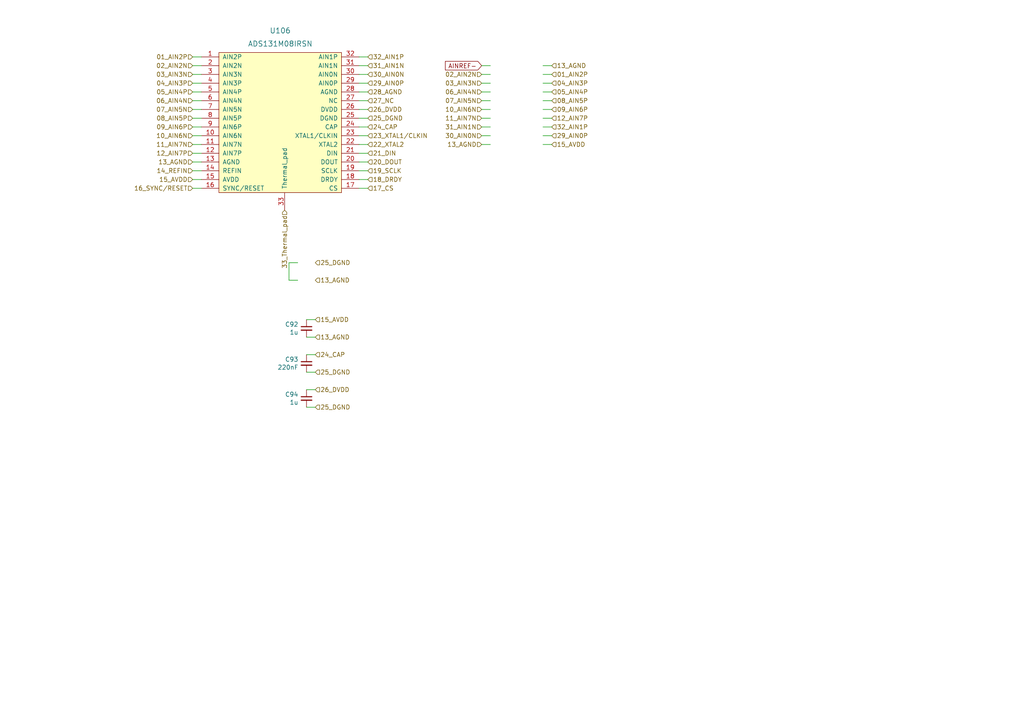
<source format=kicad_sch>
(kicad_sch (version 20210621) (generator eeschema)
  (paper "A4")
  (lib_symbols
    (symbol "FreeEEG32-ads131-rescue:C_Small-Device" (pin_numbers hide) (pin_names (offset 0.254) hide)
      (property "Reference" "C" (at 0.254 1.778 0))
      (property "Value" "C_Small-Device" (at 0.254 -2.032 0))
      (symbol "C_Small-Device_0_1"
        (polyline (pts (xy -1.524 -0.508) (xy 1.524 -0.508)) (stroke (width 0.3302)))
        (polyline (pts (xy -1.524 0.508) (xy 1.524 0.508)) (stroke (width 0.3048)))
      )
      (symbol "C_Small-Device_1_1"
        (pin passive line (at 0 2.54 270) (length 2.032) (name "~") (number "1"))
        (pin passive line (at 0 -2.54 90) (length 2.032) (name "~") (number "2"))
      )
    )
    (symbol "ads131:ADS131M08IPBS" (pin_names (offset 1.016))
      (property "Reference" "U?" (at -1.27 44.45 0))
      (property "Value" "ADS131M08IPBS" (at -1.27 40.64 0))
      (symbol "ADS131M08IPBS_0_1"
        (rectangle (start -19.05 39.37) (end 16.51 -1.27) (fill (type background)))
      )
      (symbol "ADS131M08IPBS_1_1"
        (pin input line (at -24.13 38.1 0) (length 5.08) (name "AIN2P") (number "1"))
        (pin input line (at -24.13 15.24 0) (length 5.08) (name "AIN6N") (number "10"))
        (pin input line (at -24.13 12.7 0) (length 5.08) (name "AIN7N") (number "11"))
        (pin input line (at -24.13 10.16 0) (length 5.08) (name "AIN7P") (number "12"))
        (pin input line (at -24.13 7.62 0) (length 5.08) (name "AGND") (number "13"))
        (pin input line (at -24.13 5.08 0) (length 5.08) (name "REFIN") (number "14"))
        (pin input line (at -24.13 2.54 0) (length 5.08) (name "AVDD") (number "15"))
        (pin input line (at -24.13 0 0) (length 5.08) (name "SYNC/RESET") (number "16"))
        (pin input line (at 21.59 0 180) (length 5.08) (name "CS") (number "17"))
        (pin input line (at 21.59 2.54 180) (length 5.08) (name "DRDY") (number "18"))
        (pin input line (at 21.59 5.08 180) (length 5.08) (name "SCLK") (number "19"))
        (pin input line (at -24.13 35.56 0) (length 5.08) (name "AIN2N") (number "2"))
        (pin input line (at 21.59 7.62 180) (length 5.08) (name "DOUT") (number "20"))
        (pin input line (at 21.59 10.16 180) (length 5.08) (name "DIN") (number "21"))
        (pin input line (at 21.59 12.7 180) (length 5.08) (name "XTAL2") (number "22"))
        (pin input line (at 21.59 15.24 180) (length 5.08) (name "XTAL1/CLKIN") (number "23"))
        (pin input line (at 21.59 17.78 180) (length 5.08) (name "CAP") (number "24"))
        (pin input line (at 21.59 20.32 180) (length 5.08) (name "DGND") (number "25"))
        (pin input line (at 21.59 22.86 180) (length 5.08) (name "DVDD") (number "26"))
        (pin input line (at 21.59 25.4 180) (length 5.08) (name "NC") (number "27"))
        (pin input line (at 21.59 27.94 180) (length 5.08) (name "AGND") (number "28"))
        (pin input line (at 21.59 30.48 180) (length 5.08) (name "AIN0P") (number "29"))
        (pin input line (at -24.13 33.02 0) (length 5.08) (name "AIN3N") (number "3"))
        (pin input line (at 21.59 33.02 180) (length 5.08) (name "AIN0N") (number "30"))
        (pin input line (at 21.59 35.56 180) (length 5.08) (name "AIN1N") (number "31"))
        (pin input line (at 21.59 38.1 180) (length 5.08) (name "AIN1P") (number "32"))
        (pin input line (at 0 -6.35 90) (length 5.08) (name "Thermal_pad") (number "33"))
        (pin input line (at -24.13 30.48 0) (length 5.08) (name "AIN3P") (number "4"))
        (pin input line (at -24.13 27.94 0) (length 5.08) (name "AIN4P") (number "5"))
        (pin input line (at -24.13 25.4 0) (length 5.08) (name "AIN4N") (number "6"))
        (pin input line (at -24.13 22.86 0) (length 5.08) (name "AIN5N") (number "7"))
        (pin input line (at -24.13 20.32 0) (length 5.08) (name "AIN5P") (number "8"))
        (pin input line (at -24.13 17.78 0) (length 5.08) (name "AIN6P") (number "9"))
      )
    )
  )
  (wire (pts (xy 55.88 16.51) (xy 58.42 16.51)))
  (wire (pts (xy 55.88 19.05) (xy 58.42 19.05)))
  (wire (pts (xy 55.88 21.59) (xy 58.42 21.59)))
  (wire (pts (xy 55.88 24.13) (xy 58.42 24.13)))
  (wire (pts (xy 55.88 29.21) (xy 58.42 29.21)))
  (wire (pts (xy 55.88 31.75) (xy 58.42 31.75)))
  (wire (pts (xy 55.88 34.29) (xy 58.42 34.29)))
  (wire (pts (xy 55.88 36.83) (xy 58.42 36.83)))
  (wire (pts (xy 55.88 39.37) (xy 58.42 39.37)))
  (wire (pts (xy 55.88 41.91) (xy 58.42 41.91)))
  (wire (pts (xy 55.88 44.45) (xy 58.42 44.45)))
  (wire (pts (xy 55.88 46.99) (xy 58.42 46.99)))
  (wire (pts (xy 55.88 49.53) (xy 58.42 49.53)))
  (wire (pts (xy 55.88 52.07) (xy 58.42 52.07)))
  (wire (pts (xy 55.88 54.61) (xy 58.42 54.61)))
  (wire (pts (xy 58.42 26.67) (xy 55.88 26.67)))
  (wire (pts (xy 83.82 76.2) (xy 83.82 81.28)))
  (wire (pts (xy 83.82 81.28) (xy 86.36 81.28)))
  (wire (pts (xy 86.36 76.2) (xy 83.82 76.2)))
  (wire (pts (xy 91.44 92.71) (xy 88.9 92.71)))
  (wire (pts (xy 91.44 97.79) (xy 88.9 97.79)))
  (wire (pts (xy 91.44 102.87) (xy 88.9 102.87)))
  (wire (pts (xy 91.44 107.95) (xy 88.9 107.95)))
  (wire (pts (xy 91.44 113.03) (xy 88.9 113.03)))
  (wire (pts (xy 91.44 118.11) (xy 88.9 118.11)))
  (wire (pts (xy 104.14 16.51) (xy 106.68 16.51)))
  (wire (pts (xy 104.14 19.05) (xy 106.68 19.05)))
  (wire (pts (xy 104.14 21.59) (xy 106.68 21.59)))
  (wire (pts (xy 104.14 24.13) (xy 106.68 24.13)))
  (wire (pts (xy 104.14 29.21) (xy 106.68 29.21)))
  (wire (pts (xy 104.14 31.75) (xy 106.68 31.75)))
  (wire (pts (xy 104.14 34.29) (xy 106.68 34.29)))
  (wire (pts (xy 104.14 36.83) (xy 106.68 36.83)))
  (wire (pts (xy 104.14 39.37) (xy 106.68 39.37)))
  (wire (pts (xy 104.14 41.91) (xy 106.68 41.91)))
  (wire (pts (xy 104.14 44.45) (xy 106.68 44.45)))
  (wire (pts (xy 104.14 46.99) (xy 106.68 46.99)))
  (wire (pts (xy 104.14 49.53) (xy 106.68 49.53)))
  (wire (pts (xy 104.14 52.07) (xy 106.68 52.07)))
  (wire (pts (xy 104.14 54.61) (xy 106.68 54.61)))
  (wire (pts (xy 106.68 26.67) (xy 104.14 26.67)))
  (wire (pts (xy 139.7 21.59) (xy 142.24 21.59)))
  (wire (pts (xy 139.7 24.13) (xy 142.24 24.13)))
  (wire (pts (xy 139.7 26.67) (xy 142.24 26.67)))
  (wire (pts (xy 139.7 29.21) (xy 142.24 29.21)))
  (wire (pts (xy 139.7 31.75) (xy 142.24 31.75)))
  (wire (pts (xy 139.7 34.29) (xy 142.24 34.29)))
  (wire (pts (xy 139.7 36.83) (xy 142.24 36.83)))
  (wire (pts (xy 139.7 39.37) (xy 142.24 39.37)))
  (wire (pts (xy 142.24 19.05) (xy 139.7 19.05)))
  (wire (pts (xy 142.24 41.91) (xy 139.7 41.91)))
  (wire (pts (xy 160.02 19.05) (xy 157.48 19.05)))
  (wire (pts (xy 160.02 21.59) (xy 157.48 21.59)))
  (wire (pts (xy 160.02 24.13) (xy 157.48 24.13)))
  (wire (pts (xy 160.02 26.67) (xy 157.48 26.67)))
  (wire (pts (xy 160.02 29.21) (xy 157.48 29.21)))
  (wire (pts (xy 160.02 31.75) (xy 157.48 31.75)))
  (wire (pts (xy 160.02 34.29) (xy 157.48 34.29)))
  (wire (pts (xy 160.02 36.83) (xy 157.48 36.83)))
  (wire (pts (xy 160.02 39.37) (xy 157.48 39.37)))
  (wire (pts (xy 160.02 41.91) (xy 157.48 41.91)))
  (global_label "AINREF-" (shape input) (at 139.7 19.05 180) (property "Intersheet References" "${INTERSHEET_REFS}" (effects hide)))
  (hierarchical_label "01_AIN2P" (shape input) (at 55.88 16.51 180))
  (hierarchical_label "02_AIN2N" (shape input) (at 55.88 19.05 180))
  (hierarchical_label "03_AIN3N" (shape input) (at 55.88 21.59 180))
  (hierarchical_label "04_AIN3P" (shape input) (at 55.88 24.13 180))
  (hierarchical_label "05_AIN4P" (shape input) (at 55.88 26.67 180))
  (hierarchical_label "06_AIN4N" (shape input) (at 55.88 29.21 180))
  (hierarchical_label "07_AIN5N" (shape input) (at 55.88 31.75 180))
  (hierarchical_label "08_AIN5P" (shape input) (at 55.88 34.29 180))
  (hierarchical_label "09_AIN6P" (shape input) (at 55.88 36.83 180))
  (hierarchical_label "10_AIN6N" (shape input) (at 55.88 39.37 180))
  (hierarchical_label "11_AIN7N" (shape input) (at 55.88 41.91 180))
  (hierarchical_label "12_AIN7P" (shape input) (at 55.88 44.45 180))
  (hierarchical_label "13_AGND" (shape input) (at 55.88 46.99 180))
  (hierarchical_label "14_REFIN" (shape input) (at 55.88 49.53 180))
  (hierarchical_label "15_AVDD" (shape input) (at 55.88 52.07 180))
  (hierarchical_label "16_SYNC{slash}RESET" (shape input) (at 55.88 54.61 180))
  (hierarchical_label "33_Thermal_pad" (shape input) (at 82.55 60.96 270))
  (hierarchical_label "25_DGND" (shape input) (at 91.44 76.2 0))
  (hierarchical_label "13_AGND" (shape input) (at 91.44 81.28 0))
  (hierarchical_label "15_AVDD" (shape input) (at 91.44 92.71 0))
  (hierarchical_label "13_AGND" (shape input) (at 91.44 97.79 0))
  (hierarchical_label "24_CAP" (shape input) (at 91.44 102.87 0))
  (hierarchical_label "25_DGND" (shape input) (at 91.44 107.95 0))
  (hierarchical_label "26_DVDD" (shape input) (at 91.44 113.03 0))
  (hierarchical_label "25_DGND" (shape input) (at 91.44 118.11 0))
  (hierarchical_label "32_AIN1P" (shape input) (at 106.68 16.51 0))
  (hierarchical_label "31_AIN1N" (shape input) (at 106.68 19.05 0))
  (hierarchical_label "30_AIN0N" (shape input) (at 106.68 21.59 0))
  (hierarchical_label "29_AIN0P" (shape input) (at 106.68 24.13 0))
  (hierarchical_label "28_AGND" (shape input) (at 106.68 26.67 0))
  (hierarchical_label "27_NC" (shape input) (at 106.68 29.21 0))
  (hierarchical_label "26_DVDD" (shape input) (at 106.68 31.75 0))
  (hierarchical_label "25_DGND" (shape input) (at 106.68 34.29 0))
  (hierarchical_label "24_CAP" (shape input) (at 106.68 36.83 0))
  (hierarchical_label "23_XTAL1{slash}CLKIN" (shape input) (at 106.68 39.37 0))
  (hierarchical_label "22_XTAL2" (shape input) (at 106.68 41.91 0))
  (hierarchical_label "21_DIN" (shape input) (at 106.68 44.45 0))
  (hierarchical_label "20_DOUT" (shape input) (at 106.68 46.99 0))
  (hierarchical_label "19_SCLK" (shape input) (at 106.68 49.53 0))
  (hierarchical_label "18_DRDY" (shape input) (at 106.68 52.07 0))
  (hierarchical_label "17_CS" (shape input) (at 106.68 54.61 0))
  (hierarchical_label "02_AIN2N" (shape input) (at 139.7 21.59 180))
  (hierarchical_label "03_AIN3N" (shape input) (at 139.7 24.13 180))
  (hierarchical_label "06_AIN4N" (shape input) (at 139.7 26.67 180))
  (hierarchical_label "07_AIN5N" (shape input) (at 139.7 29.21 180))
  (hierarchical_label "10_AIN6N" (shape input) (at 139.7 31.75 180))
  (hierarchical_label "11_AIN7N" (shape input) (at 139.7 34.29 180))
  (hierarchical_label "31_AIN1N" (shape input) (at 139.7 36.83 180))
  (hierarchical_label "30_AIN0N" (shape input) (at 139.7 39.37 180))
  (hierarchical_label "13_AGND" (shape input) (at 139.7 41.91 180))
  (hierarchical_label "13_AGND" (shape input) (at 160.02 19.05 0))
  (hierarchical_label "01_AIN2P" (shape input) (at 160.02 21.59 0))
  (hierarchical_label "04_AIN3P" (shape input) (at 160.02 24.13 0))
  (hierarchical_label "05_AIN4P" (shape input) (at 160.02 26.67 0))
  (hierarchical_label "08_AIN5P" (shape input) (at 160.02 29.21 0))
  (hierarchical_label "09_AIN6P" (shape input) (at 160.02 31.75 0))
  (hierarchical_label "12_AIN7P" (shape input) (at 160.02 34.29 0))
  (hierarchical_label "32_AIN1P" (shape input) (at 160.02 36.83 0))
  (hierarchical_label "29_AIN0P" (shape input) (at 160.02 39.37 0))
  (hierarchical_label "15_AVDD" (shape input) (at 160.02 41.91 0))
  (symbol (lib_id "FreeEEG32-ads131-rescue:C_Small-Device") (at 88.9 95.25 0) (mirror y) (unit 1)
    (property "Reference" "C92" (at 86.5632 94.0816 0) (effects (justify left)))
    (property "Value" "1u" (at 86.5632 96.393 0) (effects (justify left)))
    (property "Footprint" "Capacitor_SMD:C_0402_1005Metric" (effects hide))
    (property "Datasheet" "C0G" (effects hide))
    (property "MNP" "CL05A105KO5NNNC" (effects hide))
  )
  (symbol (lib_id "FreeEEG32-ads131-rescue:C_Small-Device") (at 88.9 105.41 0) (mirror y) (unit 1)
    (property "Reference" "C93" (at 86.5632 104.2416 0) (effects (justify left)))
    (property "Value" "220nF" (at 86.5632 106.553 0) (effects (justify left)))
    (property "Footprint" "Capacitor_SMD:C_0402_1005Metric" (effects hide))
    (property "Datasheet" "X7R, not Y5V" (effects hide))
    (property "MNP" "CL05A105KO5NNNC" (effects hide))
  )
  (symbol (lib_id "FreeEEG32-ads131-rescue:C_Small-Device") (at 88.9 115.57 0) (mirror y) (unit 1)
    (property "Reference" "C94" (at 86.5632 114.4016 0) (effects (justify left)))
    (property "Value" "1u" (at 86.5632 116.713 0) (effects (justify left)))
    (property "Footprint" "Capacitor_SMD:C_0402_1005Metric" (effects hide))
    (property "Datasheet" "X7R, not Y5V" (effects hide))
    (property "MNP" "CL05A105KO5NNNC" (effects hide))
  )
  (symbol (lib_id "ads131:ADS131M08IPBS") (at 82.55 54.61 0) (unit 1)
    (property "Reference" "U106" (at 81.28 8.89 0) (effects (font (size 1.524 1.524))))
    (property "Value" "ADS131M08IRSN" (at 81.28 12.7 0) (effects (font (size 1.524 1.524))))
    (property "Footprint" "Package_DFN_QFN:QFN-32-1EP_4x4mm_P0.4mm_EP2.65x2.65mm_ThermalVias" (effects hide))
    (property "MNP" "AD7771BCPZ" (effects hide))
    (property "Manufacturer" "Analog Devices" (effects hide))
  )
)
</source>
